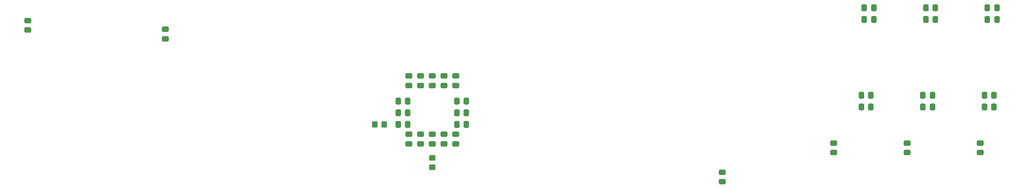
<source format=gbp>
%TF.GenerationSoftware,KiCad,Pcbnew,8.0.4*%
%TF.CreationDate,2025-03-26T21:29:21+03:00*%
%TF.ProjectId,PDU_Control_Board,5044555f-436f-46e7-9472-6f6c5f426f61,rev?*%
%TF.SameCoordinates,Original*%
%TF.FileFunction,Paste,Bot*%
%TF.FilePolarity,Positive*%
%FSLAX46Y46*%
G04 Gerber Fmt 4.6, Leading zero omitted, Abs format (unit mm)*
G04 Created by KiCad (PCBNEW 8.0.4) date 2025-03-26 21:29:21*
%MOMM*%
%LPD*%
G01*
G04 APERTURE LIST*
G04 Aperture macros list*
%AMRoundRect*
0 Rectangle with rounded corners*
0 $1 Rounding radius*
0 $2 $3 $4 $5 $6 $7 $8 $9 X,Y pos of 4 corners*
0 Add a 4 corners polygon primitive as box body*
4,1,4,$2,$3,$4,$5,$6,$7,$8,$9,$2,$3,0*
0 Add four circle primitives for the rounded corners*
1,1,$1+$1,$2,$3*
1,1,$1+$1,$4,$5*
1,1,$1+$1,$6,$7*
1,1,$1+$1,$8,$9*
0 Add four rect primitives between the rounded corners*
20,1,$1+$1,$2,$3,$4,$5,0*
20,1,$1+$1,$4,$5,$6,$7,0*
20,1,$1+$1,$6,$7,$8,$9,0*
20,1,$1+$1,$8,$9,$2,$3,0*%
G04 Aperture macros list end*
%ADD10RoundRect,0.250000X0.337500X0.475000X-0.337500X0.475000X-0.337500X-0.475000X0.337500X-0.475000X0*%
%ADD11RoundRect,0.250000X-0.337500X-0.475000X0.337500X-0.475000X0.337500X0.475000X-0.337500X0.475000X0*%
%ADD12RoundRect,0.250000X0.475000X-0.337500X0.475000X0.337500X-0.475000X0.337500X-0.475000X-0.337500X0*%
%ADD13RoundRect,0.250000X-0.475000X0.337500X-0.475000X-0.337500X0.475000X-0.337500X0.475000X0.337500X0*%
%ADD14RoundRect,0.250000X-0.350000X-0.450000X0.350000X-0.450000X0.350000X0.450000X-0.350000X0.450000X0*%
%ADD15RoundRect,0.250000X0.450000X-0.350000X0.450000X0.350000X-0.450000X0.350000X-0.450000X-0.350000X0*%
G04 APERTURE END LIST*
D10*
%TO.C,C47*%
X406167500Y-195580000D03*
X404092500Y-195580000D03*
%TD*%
%TO.C,C56*%
X418867500Y-212090000D03*
X416792500Y-212090000D03*
%TD*%
D11*
%TO.C,C55*%
X416792500Y-214630000D03*
X418867500Y-214630000D03*
%TD*%
%TO.C,C60*%
X430127500Y-214630000D03*
X432202500Y-214630000D03*
%TD*%
D12*
%TO.C,C36*%
X429260000Y-224557500D03*
X429260000Y-222482500D03*
%TD*%
D11*
%TO.C,C6*%
X303127500Y-218440000D03*
X305202500Y-218440000D03*
%TD*%
D12*
%TO.C,C21*%
X373380000Y-230907500D03*
X373380000Y-228832500D03*
%TD*%
D13*
%TO.C,C15*%
X307975000Y-207877500D03*
X307975000Y-209952500D03*
%TD*%
D11*
%TO.C,C1*%
X303127500Y-213360000D03*
X305202500Y-213360000D03*
%TD*%
D10*
%TO.C,C12*%
X317902500Y-218440000D03*
X315827500Y-218440000D03*
%TD*%
D11*
%TO.C,C73*%
X303127500Y-215900000D03*
X305202500Y-215900000D03*
%TD*%
D10*
%TO.C,C51*%
X405532500Y-212090000D03*
X403457500Y-212090000D03*
%TD*%
D12*
%TO.C,C5*%
X305435000Y-222652500D03*
X305435000Y-220577500D03*
%TD*%
%TO.C,C2*%
X315595000Y-222652500D03*
X315595000Y-220577500D03*
%TD*%
D10*
%TO.C,C61*%
X432202500Y-212090000D03*
X430127500Y-212090000D03*
%TD*%
D12*
%TO.C,C72*%
X310515000Y-222652500D03*
X310515000Y-220577500D03*
%TD*%
D10*
%TO.C,C74*%
X317902500Y-213360000D03*
X315827500Y-213360000D03*
%TD*%
D12*
%TO.C,C11*%
X307975000Y-222652500D03*
X307975000Y-220577500D03*
%TD*%
D13*
%TO.C,C68*%
X222885000Y-195812500D03*
X222885000Y-197887500D03*
%TD*%
D11*
%TO.C,C53*%
X417427500Y-193040000D03*
X419502500Y-193040000D03*
%TD*%
%TO.C,C48*%
X404092500Y-193040000D03*
X406167500Y-193040000D03*
%TD*%
D10*
%TO.C,C54*%
X419502500Y-195580000D03*
X417427500Y-195580000D03*
%TD*%
D11*
%TO.C,C50*%
X403457500Y-214630000D03*
X405532500Y-214630000D03*
%TD*%
%TO.C,C58*%
X430762500Y-193040000D03*
X432837500Y-193040000D03*
%TD*%
D12*
%TO.C,C22*%
X397510000Y-224557500D03*
X397510000Y-222482500D03*
%TD*%
%TO.C,C10*%
X313055000Y-222652500D03*
X313055000Y-220577500D03*
%TD*%
D13*
%TO.C,C14*%
X315595000Y-207877500D03*
X315595000Y-209952500D03*
%TD*%
D10*
%TO.C,C59*%
X432837500Y-195580000D03*
X430762500Y-195580000D03*
%TD*%
D13*
%TO.C,C75*%
X310515000Y-207877500D03*
X310515000Y-209952500D03*
%TD*%
%TO.C,C4*%
X305435000Y-207877500D03*
X305435000Y-209952500D03*
%TD*%
%TO.C,C44*%
X252730000Y-197717500D03*
X252730000Y-199792500D03*
%TD*%
%TO.C,C7*%
X313055000Y-207877500D03*
X313055000Y-209952500D03*
%TD*%
D12*
%TO.C,C31*%
X413385000Y-224557500D03*
X413385000Y-222482500D03*
%TD*%
D14*
%TO.C,R2*%
X298085000Y-218440000D03*
X300085000Y-218440000D03*
%TD*%
D10*
%TO.C,C3*%
X317902500Y-215900000D03*
X315827500Y-215900000D03*
%TD*%
D15*
%TO.C,R3*%
X310515000Y-227695000D03*
X310515000Y-225695000D03*
%TD*%
M02*

</source>
